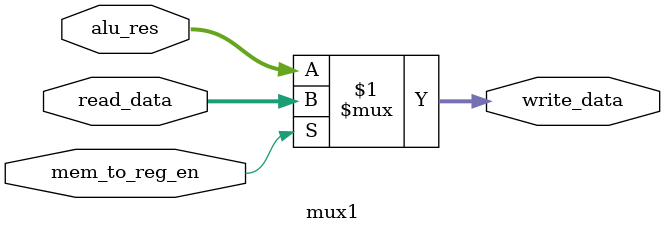
<source format=v>
module mux1(
    input mem_to_reg_en,
    input [31:0] read_data,
    input [31:0] alu_res,
    output [31:0] write_data
);

assign write_data = (mem_to_reg_en) ? read_data : alu_res;

endmodule
</source>
